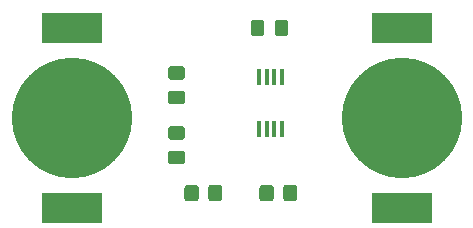
<source format=gbr>
%TF.GenerationSoftware,KiCad,Pcbnew,(5.1.10)-1*%
%TF.CreationDate,2021-10-03T18:06:06-07:00*%
%TF.ProjectId,intro_project,696e7472-6f5f-4707-926f-6a6563742e6b,rev?*%
%TF.SameCoordinates,Original*%
%TF.FileFunction,Soldermask,Top*%
%TF.FilePolarity,Negative*%
%FSLAX46Y46*%
G04 Gerber Fmt 4.6, Leading zero omitted, Abs format (unit mm)*
G04 Created by KiCad (PCBNEW (5.1.10)-1) date 2021-10-03 18:06:06*
%MOMM*%
%LPD*%
G01*
G04 APERTURE LIST*
%ADD10R,0.450000X1.450000*%
%ADD11R,5.100000X2.500000*%
%ADD12C,10.200000*%
G04 APERTURE END LIST*
D10*
%TO.C,U1*%
X130160000Y-92370000D03*
X130810000Y-92370000D03*
X131460000Y-92370000D03*
X132110000Y-92370000D03*
X132110000Y-87970000D03*
X131460000Y-87970000D03*
X130810000Y-87970000D03*
X130160000Y-87970000D03*
%TD*%
D11*
%TO.C,BT1*%
X114300000Y-83840000D03*
X114300000Y-99040000D03*
D12*
X114300000Y-91440000D03*
%TD*%
%TO.C,BT2*%
X142240000Y-91420000D03*
D11*
X142240000Y-99020000D03*
X142240000Y-83820000D03*
%TD*%
%TO.C,C1*%
G36*
G01*
X123665000Y-93297500D02*
X122715000Y-93297500D01*
G75*
G02*
X122465000Y-93047500I0J250000D01*
G01*
X122465000Y-92372500D01*
G75*
G02*
X122715000Y-92122500I250000J0D01*
G01*
X123665000Y-92122500D01*
G75*
G02*
X123915000Y-92372500I0J-250000D01*
G01*
X123915000Y-93047500D01*
G75*
G02*
X123665000Y-93297500I-250000J0D01*
G01*
G37*
G36*
G01*
X123665000Y-95372500D02*
X122715000Y-95372500D01*
G75*
G02*
X122465000Y-95122500I0J250000D01*
G01*
X122465000Y-94447500D01*
G75*
G02*
X122715000Y-94197500I250000J0D01*
G01*
X123665000Y-94197500D01*
G75*
G02*
X123915000Y-94447500I0J-250000D01*
G01*
X123915000Y-95122500D01*
G75*
G02*
X123665000Y-95372500I-250000J0D01*
G01*
G37*
%TD*%
%TO.C,C2*%
G36*
G01*
X123665000Y-88217500D02*
X122715000Y-88217500D01*
G75*
G02*
X122465000Y-87967500I0J250000D01*
G01*
X122465000Y-87292500D01*
G75*
G02*
X122715000Y-87042500I250000J0D01*
G01*
X123665000Y-87042500D01*
G75*
G02*
X123915000Y-87292500I0J-250000D01*
G01*
X123915000Y-87967500D01*
G75*
G02*
X123665000Y-88217500I-250000J0D01*
G01*
G37*
G36*
G01*
X123665000Y-90292500D02*
X122715000Y-90292500D01*
G75*
G02*
X122465000Y-90042500I0J250000D01*
G01*
X122465000Y-89367500D01*
G75*
G02*
X122715000Y-89117500I250000J0D01*
G01*
X123665000Y-89117500D01*
G75*
G02*
X123915000Y-89367500I0J-250000D01*
G01*
X123915000Y-90042500D01*
G75*
G02*
X123665000Y-90292500I-250000J0D01*
G01*
G37*
%TD*%
%TO.C,D1*%
G36*
G01*
X129455000Y-84270001D02*
X129455000Y-83369999D01*
G75*
G02*
X129704999Y-83120000I249999J0D01*
G01*
X130355001Y-83120000D01*
G75*
G02*
X130605000Y-83369999I0J-249999D01*
G01*
X130605000Y-84270001D01*
G75*
G02*
X130355001Y-84520000I-249999J0D01*
G01*
X129704999Y-84520000D01*
G75*
G02*
X129455000Y-84270001I0J249999D01*
G01*
G37*
G36*
G01*
X131505000Y-84270001D02*
X131505000Y-83369999D01*
G75*
G02*
X131754999Y-83120000I249999J0D01*
G01*
X132405001Y-83120000D01*
G75*
G02*
X132655000Y-83369999I0J-249999D01*
G01*
X132655000Y-84270001D01*
G75*
G02*
X132405001Y-84520000I-249999J0D01*
G01*
X131754999Y-84520000D01*
G75*
G02*
X131505000Y-84270001I0J249999D01*
G01*
G37*
%TD*%
%TO.C,R1*%
G36*
G01*
X132210000Y-98240001D02*
X132210000Y-97339999D01*
G75*
G02*
X132459999Y-97090000I249999J0D01*
G01*
X133160001Y-97090000D01*
G75*
G02*
X133410000Y-97339999I0J-249999D01*
G01*
X133410000Y-98240001D01*
G75*
G02*
X133160001Y-98490000I-249999J0D01*
G01*
X132459999Y-98490000D01*
G75*
G02*
X132210000Y-98240001I0J249999D01*
G01*
G37*
G36*
G01*
X130210000Y-98240001D02*
X130210000Y-97339999D01*
G75*
G02*
X130459999Y-97090000I249999J0D01*
G01*
X131160001Y-97090000D01*
G75*
G02*
X131410000Y-97339999I0J-249999D01*
G01*
X131410000Y-98240001D01*
G75*
G02*
X131160001Y-98490000I-249999J0D01*
G01*
X130459999Y-98490000D01*
G75*
G02*
X130210000Y-98240001I0J249999D01*
G01*
G37*
%TD*%
%TO.C,R2*%
G36*
G01*
X123860000Y-98240001D02*
X123860000Y-97339999D01*
G75*
G02*
X124109999Y-97090000I249999J0D01*
G01*
X124810001Y-97090000D01*
G75*
G02*
X125060000Y-97339999I0J-249999D01*
G01*
X125060000Y-98240001D01*
G75*
G02*
X124810001Y-98490000I-249999J0D01*
G01*
X124109999Y-98490000D01*
G75*
G02*
X123860000Y-98240001I0J249999D01*
G01*
G37*
G36*
G01*
X125860000Y-98240001D02*
X125860000Y-97339999D01*
G75*
G02*
X126109999Y-97090000I249999J0D01*
G01*
X126810001Y-97090000D01*
G75*
G02*
X127060000Y-97339999I0J-249999D01*
G01*
X127060000Y-98240001D01*
G75*
G02*
X126810001Y-98490000I-249999J0D01*
G01*
X126109999Y-98490000D01*
G75*
G02*
X125860000Y-98240001I0J249999D01*
G01*
G37*
%TD*%
M02*

</source>
